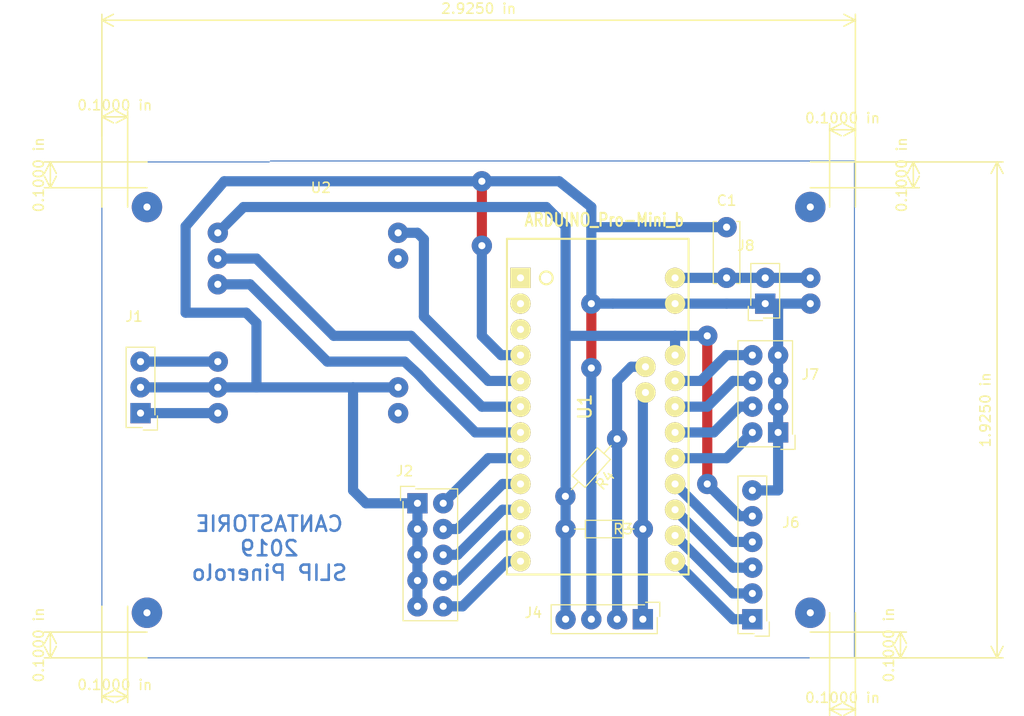
<source format=kicad_pcb>
(kicad_pcb (version 20171130) (host pcbnew 5.1.4-e60b266~84~ubuntu18.04.1)

  (general
    (thickness 1.6)
    (drawings 12)
    (tracks 124)
    (zones 0)
    (modules 11)
    (nets 25)
  )

  (page A4)
  (title_block
    (title cantastorie)
    (date 14-08-19)
  )

  (layers
    (0 F.Cu signal)
    (31 B.Cu signal)
    (32 B.Adhes user)
    (33 F.Adhes user)
    (34 B.Paste user)
    (35 F.Paste user)
    (36 B.SilkS user)
    (37 F.SilkS user)
    (38 B.Mask user)
    (39 F.Mask user)
    (40 Dwgs.User user)
    (41 Cmts.User user)
    (42 Eco1.User user)
    (43 Eco2.User user)
    (44 Edge.Cuts user)
    (45 Margin user)
    (46 B.CrtYd user)
    (47 F.CrtYd user)
    (48 B.Fab user)
    (49 F.Fab user)
  )

  (setup
    (last_trace_width 1)
    (user_trace_width 0.3)
    (trace_clearance 0.5)
    (zone_clearance 0.508)
    (zone_45_only no)
    (trace_min 0.2)
    (via_size 1.8)
    (via_drill 0.8)
    (via_min_size 0.4)
    (via_min_drill 0.3)
    (uvia_size 0.3)
    (uvia_drill 0.1)
    (uvias_allowed no)
    (uvia_min_size 0.2)
    (uvia_min_drill 0.1)
    (edge_width 0.1)
    (segment_width 0.2)
    (pcb_text_width 0.3)
    (pcb_text_size 1.5 1.5)
    (mod_edge_width 0.15)
    (mod_text_size 1 1)
    (mod_text_width 0.15)
    (pad_size 2 2)
    (pad_drill 0.7)
    (pad_to_mask_clearance 0)
    (aux_axis_origin 0 0)
    (grid_origin 73.66 60.96)
    (visible_elements FFFFEF7F)
    (pcbplotparams
      (layerselection 0x280c0_ffffffff)
      (usegerberextensions false)
      (usegerberattributes false)
      (usegerberadvancedattributes false)
      (creategerberjobfile false)
      (excludeedgelayer false)
      (linewidth 0.800000)
      (plotframeref false)
      (viasonmask false)
      (mode 1)
      (useauxorigin false)
      (hpglpennumber 1)
      (hpglpenspeed 20)
      (hpglpendiameter 15.000000)
      (psnegative false)
      (psa4output false)
      (plotreference false)
      (plotvalue false)
      (plotinvisibletext false)
      (padsonsilk true)
      (subtractmaskfromsilk false)
      (outputformat 4)
      (mirror false)
      (drillshape 2)
      (scaleselection 1)
      (outputdirectory "./pdf"))
  )

  (net 0 "")
  (net 1 "Net-(J1-Pad2)")
  (net 2 "Net-(J4-Pad2)")
  (net 3 "Net-(J4-Pad1)")
  (net 4 "Net-(J6-Pad4)")
  (net 5 "Net-(J6-Pad3)")
  (net 6 "Net-(J6-Pad2)")
  (net 7 "Net-(J6-Pad1)")
  (net 8 "Net-(U1-Pad5)")
  (net 9 "Net-(U1-Pad6)")
  (net 10 "Net-(U1-Pad7)")
  (net 11 "Net-(J7-Pad8)")
  (net 12 "Net-(J7-Pad6)")
  (net 13 "Net-(J7-Pad4)")
  (net 14 "Net-(J7-Pad2)")
  (net 15 "Net-(J4-Pad4)")
  (net 16 "Net-(J2-Pad8)")
  (net 17 "Net-(J2-Pad6)")
  (net 18 "Net-(J2-Pad4)")
  (net 19 "Net-(J2-Pad2)")
  (net 20 "Net-(J2-Pad10)")
  (net 21 "Net-(J1-Pad3)")
  (net 22 "Net-(J1-Pad1)")
  (net 23 "Net-(C1-Pad2)")
  (net 24 "Net-(C1-Pad1)")

  (net_class Default "Questo è il gruppo di collegamenti predefinito"
    (clearance 0.5)
    (trace_width 1)
    (via_dia 1.8)
    (via_drill 0.8)
    (uvia_dia 0.3)
    (uvia_drill 0.1)
    (add_net "Net-(C1-Pad1)")
    (add_net "Net-(C1-Pad2)")
    (add_net "Net-(J1-Pad1)")
    (add_net "Net-(J1-Pad2)")
    (add_net "Net-(J1-Pad3)")
    (add_net "Net-(J2-Pad10)")
    (add_net "Net-(J2-Pad2)")
    (add_net "Net-(J2-Pad4)")
    (add_net "Net-(J2-Pad6)")
    (add_net "Net-(J2-Pad8)")
    (add_net "Net-(J4-Pad1)")
    (add_net "Net-(J4-Pad2)")
    (add_net "Net-(J4-Pad4)")
    (add_net "Net-(J6-Pad1)")
    (add_net "Net-(J6-Pad2)")
    (add_net "Net-(J6-Pad3)")
    (add_net "Net-(J6-Pad4)")
    (add_net "Net-(J7-Pad2)")
    (add_net "Net-(J7-Pad4)")
    (add_net "Net-(J7-Pad6)")
    (add_net "Net-(J7-Pad8)")
    (add_net "Net-(U1-Pad5)")
    (add_net "Net-(U1-Pad6)")
    (add_net "Net-(U1-Pad7)")
  )

  (module Resistors_THT:R_Axial_DIN0204_L3.6mm_D1.6mm_P7.62mm_Horizontal (layer F.Cu) (tedit 5D74D3D2) (tstamp 5D696DB7)
    (at 137.16 99.695 180)
    (descr "Resistor, Axial_DIN0204 series, Axial, Horizontal, pin pitch=7.62mm, 0.16666666666666666W = 1/6W, length*diameter=3.6*1.6mm^2, http://cdn-reichelt.de/documents/datenblatt/B400/1_4W%23YAG.pdf")
    (tags "Resistor Axial_DIN0204 series Axial Horizontal pin pitch 7.62mm 0.16666666666666666W = 1/6W length 3.6mm diameter 1.6mm")
    (path /5D6B060F)
    (fp_text reference R3 (at 1.95 0) (layer F.SilkS)
      (effects (font (size 1 1) (thickness 0.15)))
    )
    (fp_text value 3k3 (at 3.81 0) (layer F.Fab)
      (effects (font (size 1 1) (thickness 0.15)))
    )
    (fp_line (start 8.6 -1.15) (end -0.95 -1.15) (layer F.CrtYd) (width 0.05))
    (fp_line (start 8.6 1.15) (end 8.6 -1.15) (layer F.CrtYd) (width 0.05))
    (fp_line (start -0.95 1.15) (end 8.6 1.15) (layer F.CrtYd) (width 0.05))
    (fp_line (start -0.95 -1.15) (end -0.95 1.15) (layer F.CrtYd) (width 0.05))
    (fp_line (start 6.74 0) (end 5.67 0) (layer F.SilkS) (width 0.12))
    (fp_line (start 0.88 0) (end 1.95 0) (layer F.SilkS) (width 0.12))
    (fp_line (start 5.67 -0.86) (end 1.95 -0.86) (layer F.SilkS) (width 0.12))
    (fp_line (start 5.67 0.86) (end 5.67 -0.86) (layer F.SilkS) (width 0.12))
    (fp_line (start 1.95 0.86) (end 5.67 0.86) (layer F.SilkS) (width 0.12))
    (fp_line (start 1.95 -0.86) (end 1.95 0.86) (layer F.SilkS) (width 0.12))
    (fp_line (start 7.62 0) (end 5.61 0) (layer F.Fab) (width 0.1))
    (fp_line (start 0 0) (end 2.01 0) (layer F.Fab) (width 0.1))
    (fp_line (start 5.61 -0.8) (end 2.01 -0.8) (layer F.Fab) (width 0.1))
    (fp_line (start 5.61 0.8) (end 5.61 -0.8) (layer F.Fab) (width 0.1))
    (fp_line (start 2.01 0.8) (end 5.61 0.8) (layer F.Fab) (width 0.1))
    (fp_line (start 2.01 -0.8) (end 2.01 0.8) (layer F.Fab) (width 0.1))
    (pad 2 thru_hole circle (at 7.62 0 180) (size 2 2) (drill 0.7) (layers *.Cu *.Mask)
      (net 15 "Net-(J4-Pad4)"))
    (pad 1 thru_hole circle (at 0 0 180) (size 2 2) (drill 0.7) (layers *.Cu *.Mask)
      (net 3 "Net-(J4-Pad1)"))
    (model ${KISYS3DMOD}/Resistors_THT.3dshapes/R_Axial_DIN0204_L3.6mm_D1.6mm_P7.62mm_Horizontal.wrl
      (at (xyz 0 0 0))
      (scale (xyz 0.393701 0.393701 0.393701))
      (rotate (xyz 0 0 0))
    )
    (model ${KISYS3DMOD}/Resistor_THT.3dshapes/R_Axial_DIN0204_L3.6mm_D1.6mm_P7.62mm_Horizontal.wrl
      (at (xyz 0 0 0))
      (scale (xyz 1 1 1))
      (rotate (xyz 0 0 0))
    )
  )

  (module Connectors_Samtec:SDL-108-X-XX_2x04 (layer F.Cu) (tedit 5D74D531) (tstamp 5D723BF3)
    (at 150.495 90.17 180)
    (descr "Double row, low profile, screw machine socket strip, through hole, 100mil / 2.54mm pitch")
    (tags "samtec socket strip tht dual")
    (path /5D9773E4)
    (fp_text reference J7 (at -3.175 5.715 180) (layer F.SilkS)
      (effects (font (size 1 1) (thickness 0.15)))
    )
    (fp_text value I/O (at -3.81 3.175 180) (layer F.Fab)
      (effects (font (size 1 1) (thickness 0.15)))
    )
    (fp_line (start 3.81 8.89) (end 3.61 8.89) (layer F.Fab) (width 0.1))
    (fp_line (start -1.27 8.89) (end -1.07 8.89) (layer F.Fab) (width 0.1))
    (fp_line (start 3.81 6.35) (end 3.61 6.35) (layer F.Fab) (width 0.1))
    (fp_line (start -1.27 6.35) (end -1.07 6.35) (layer F.Fab) (width 0.1))
    (fp_line (start 3.81 3.81) (end 3.61 3.81) (layer F.Fab) (width 0.1))
    (fp_line (start -1.27 3.81) (end -1.07 3.81) (layer F.Fab) (width 0.1))
    (fp_line (start 3.81 1.27) (end 3.61 1.27) (layer F.Fab) (width 0.1))
    (fp_line (start -1.27 1.27) (end -1.07 1.27) (layer F.Fab) (width 0.1))
    (fp_line (start 4.31 -1.77) (end -1.77 -1.77) (layer F.CrtYd) (width 0.05))
    (fp_line (start 4.31 9.39) (end 4.31 -1.77) (layer F.CrtYd) (width 0.05))
    (fp_line (start -1.77 9.39) (end 4.31 9.39) (layer F.CrtYd) (width 0.05))
    (fp_line (start -1.77 -1.77) (end -1.77 9.39) (layer F.CrtYd) (width 0.05))
    (fp_line (start 3.81 -1.27) (end -1.27 -1.27) (layer F.Fab) (width 0.1))
    (fp_line (start 3.81 8.89) (end 3.81 -1.27) (layer F.Fab) (width 0.1))
    (fp_line (start -1.27 8.89) (end 3.81 8.89) (layer F.Fab) (width 0.1))
    (fp_line (start -1.27 -1.27) (end -1.27 8.89) (layer F.Fab) (width 0.1))
    (fp_line (start -1.67 -1.67) (end -1.67 -0.27) (layer F.Fab) (width 0.1))
    (fp_line (start -0.27 -1.67) (end -1.67 -1.67) (layer F.Fab) (width 0.1))
    (fp_line (start -1.67 -1.67) (end -1.67 -0.27) (layer F.SilkS) (width 0.12))
    (fp_line (start -0.27 -1.67) (end -1.67 -1.67) (layer F.SilkS) (width 0.12))
    (fp_line (start -1.42 9.04) (end -1.42 -0.17) (layer F.SilkS) (width 0.12))
    (fp_line (start 3.96 9.04) (end -1.42 9.04) (layer F.SilkS) (width 0.12))
    (fp_line (start 3.96 -1.42) (end 3.96 9.04) (layer F.SilkS) (width 0.12))
    (fp_line (start -0.17 -1.42) (end 3.96 -1.42) (layer F.SilkS) (width 0.12))
    (pad 8 thru_hole circle (at 2.54 7.62 180) (size 2 2) (drill 0.7) (layers *.Cu *.Mask)
      (net 11 "Net-(J7-Pad8)"))
    (pad 6 thru_hole circle (at 2.54 5.08 180) (size 2 2) (drill 0.7) (layers *.Cu *.Mask)
      (net 12 "Net-(J7-Pad6)"))
    (pad 4 thru_hole circle (at 2.54 2.54 180) (size 2 2) (drill 0.7) (layers *.Cu *.Mask)
      (net 13 "Net-(J7-Pad4)"))
    (pad 2 thru_hole circle (at 2.54 0 180) (size 2 2) (drill 0.7) (layers *.Cu *.Mask)
      (net 14 "Net-(J7-Pad2)"))
    (pad 7 thru_hole circle (at 0 7.62 180) (size 2 2) (drill 0.7) (layers *.Cu *.Mask)
      (net 23 "Net-(C1-Pad2)"))
    (pad 5 thru_hole circle (at 0 5.08 180) (size 2 2) (drill 0.7) (layers *.Cu *.Mask)
      (net 23 "Net-(C1-Pad2)"))
    (pad 3 thru_hole circle (at 0 2.54 180) (size 2 2) (drill 0.7) (layers *.Cu *.Mask)
      (net 23 "Net-(C1-Pad2)"))
    (pad 1 thru_hole rect (at 0 0 180) (size 2 2) (drill 0.7) (layers *.Cu *.Mask)
      (net 23 "Net-(C1-Pad2)"))
    (model ${KISYS3DMOD}/Connector_PinSocket_2.54mm.3dshapes/PinSocket_2x04_P2.54mm_Vertical.step
      (offset (xyz 2.5 0 0))
      (scale (xyz 1 1 1))
      (rotate (xyz 0 0 0))
    )
  )

  (module Connectors_Samtec:SL-104-X-XX_1x04 (layer F.Cu) (tedit 5D74D4B8) (tstamp 5D723D89)
    (at 137.16 108.585 270)
    (descr "Low profile, screw machine socket strip, through hole, 100mil / 2.54mm pitch")
    (tags "samtec socket strip tht single")
    (path /5D504AC7)
    (fp_text reference J4 (at -0.635 10.795) (layer F.SilkS)
      (effects (font (size 1 1) (thickness 0.15)))
    )
    (fp_text value I2C (at 1.27 10.795) (layer F.Fab)
      (effects (font (size 1 1) (thickness 0.15)))
    )
    (fp_text user %R (at 0 3.81) (layer F.Fab)
      (effects (font (size 1 1) (thickness 0.15)))
    )
    (fp_line (start 1.27 8.89) (end 1.07 8.89) (layer F.Fab) (width 0.1))
    (fp_line (start -1.27 8.89) (end -1.07 8.89) (layer F.Fab) (width 0.1))
    (fp_line (start 1.27 6.35) (end 1.07 6.35) (layer F.Fab) (width 0.1))
    (fp_line (start -1.27 6.35) (end -1.07 6.35) (layer F.Fab) (width 0.1))
    (fp_line (start 1.27 3.81) (end 1.07 3.81) (layer F.Fab) (width 0.1))
    (fp_line (start -1.27 3.81) (end -1.07 3.81) (layer F.Fab) (width 0.1))
    (fp_line (start 1.27 1.27) (end 1.07 1.27) (layer F.Fab) (width 0.1))
    (fp_line (start -1.27 1.27) (end -1.07 1.27) (layer F.Fab) (width 0.1))
    (fp_line (start 1.77 -1.77) (end -1.77 -1.77) (layer F.CrtYd) (width 0.05))
    (fp_line (start 1.77 9.39) (end 1.77 -1.77) (layer F.CrtYd) (width 0.05))
    (fp_line (start -1.77 9.39) (end 1.77 9.39) (layer F.CrtYd) (width 0.05))
    (fp_line (start -1.77 -1.77) (end -1.77 9.39) (layer F.CrtYd) (width 0.05))
    (fp_line (start 1.27 -1.27) (end -1.27 -1.27) (layer F.Fab) (width 0.1))
    (fp_line (start 1.27 8.89) (end 1.27 -1.27) (layer F.Fab) (width 0.1))
    (fp_line (start -1.27 8.89) (end 1.27 8.89) (layer F.Fab) (width 0.1))
    (fp_line (start -1.27 -1.27) (end -1.27 8.89) (layer F.Fab) (width 0.1))
    (fp_line (start -1.67 -1.67) (end -1.67 -0.27) (layer F.Fab) (width 0.1))
    (fp_line (start -0.27 -1.67) (end -1.67 -1.67) (layer F.Fab) (width 0.1))
    (fp_line (start -1.67 -1.67) (end -1.67 -0.27) (layer F.SilkS) (width 0.12))
    (fp_line (start -0.27 -1.67) (end -1.67 -1.67) (layer F.SilkS) (width 0.12))
    (fp_line (start -1.42 9.04) (end -1.42 -0.17) (layer F.SilkS) (width 0.12))
    (fp_line (start 1.42 9.04) (end -1.42 9.04) (layer F.SilkS) (width 0.12))
    (fp_line (start 1.42 -1.42) (end 1.42 9.04) (layer F.SilkS) (width 0.12))
    (fp_line (start -0.17 -1.42) (end 1.42 -1.42) (layer F.SilkS) (width 0.12))
    (pad 4 thru_hole circle (at 0 7.62 270) (size 2 2) (drill 0.7) (layers *.Cu *.Mask)
      (net 15 "Net-(J4-Pad4)"))
    (pad 3 thru_hole circle (at 0 5.08 270) (size 2 2) (drill 0.7) (layers *.Cu *.Mask)
      (net 23 "Net-(C1-Pad2)"))
    (pad 2 thru_hole circle (at 0 2.54 270) (size 2 2) (drill 0.7) (layers *.Cu *.Mask)
      (net 2 "Net-(J4-Pad2)"))
    (pad 1 thru_hole rect (at 0 0 270) (size 2 2) (drill 0.7) (layers *.Cu *.Mask)
      (net 3 "Net-(J4-Pad1)"))
    (model ${KISYS3DMOD}/Connector_PinSocket_2.54mm.3dshapes/PinSocket_1x04_P2.54mm_Vertical.step
      (at (xyz 0 0 0))
      (scale (xyz 1 1 1))
      (rotate (xyz 0 0 0))
    )
  )

  (module Connectors_Samtec:SDL-102-X-XX_2x01 (layer F.Cu) (tedit 5D74D55F) (tstamp 5D723DAC)
    (at 149.225 77.47 90)
    (descr "Double row, low profile, screw machine socket strip, through hole, 100mil / 2.54mm pitch")
    (tags "samtec socket strip tht dual")
    (path /5D54986D)
    (fp_text reference J8 (at 5.715 -1.905) (layer F.SilkS)
      (effects (font (size 1 1) (thickness 0.15)))
    )
    (fp_text value VIN (at 5.715 1.27) (layer F.Fab)
      (effects (font (size 1 1) (thickness 0.15)))
    )
    (fp_text user %R (at 1.27 -0.635) (layer F.Fab)
      (effects (font (size 1 1) (thickness 0.15)))
    )
    (fp_line (start 3.81 1.27) (end 3.61 1.27) (layer F.Fab) (width 0.1))
    (fp_line (start -1.27 1.27) (end -1.07 1.27) (layer F.Fab) (width 0.1))
    (fp_line (start 4.31 -1.77) (end -1.77 -1.77) (layer F.CrtYd) (width 0.05))
    (fp_line (start 4.31 1.77) (end 4.31 -1.77) (layer F.CrtYd) (width 0.05))
    (fp_line (start -1.77 1.77) (end 4.31 1.77) (layer F.CrtYd) (width 0.05))
    (fp_line (start -1.77 -1.77) (end -1.77 1.77) (layer F.CrtYd) (width 0.05))
    (fp_line (start 3.81 -1.27) (end -1.27 -1.27) (layer F.Fab) (width 0.1))
    (fp_line (start 3.81 1.27) (end 3.81 -1.27) (layer F.Fab) (width 0.1))
    (fp_line (start -1.27 1.27) (end 3.81 1.27) (layer F.Fab) (width 0.1))
    (fp_line (start -1.27 -1.27) (end -1.27 1.27) (layer F.Fab) (width 0.1))
    (fp_line (start -1.67 -1.67) (end -1.67 -0.27) (layer F.Fab) (width 0.1))
    (fp_line (start -0.27 -1.67) (end -1.67 -1.67) (layer F.Fab) (width 0.1))
    (fp_line (start -1.67 -1.67) (end -1.67 -0.27) (layer F.SilkS) (width 0.12))
    (fp_line (start -0.27 -1.67) (end -1.67 -1.67) (layer F.SilkS) (width 0.12))
    (fp_line (start -1.42 1.42) (end -1.42 -0.17) (layer F.SilkS) (width 0.12))
    (fp_line (start 3.96 1.42) (end -1.42 1.42) (layer F.SilkS) (width 0.12))
    (fp_line (start 3.96 -1.42) (end 3.96 1.42) (layer F.SilkS) (width 0.12))
    (fp_line (start -0.17 -1.42) (end 3.96 -1.42) (layer F.SilkS) (width 0.12))
    (pad 2 thru_hole circle (at 2.54 0 90) (size 2 2) (drill 0.7) (layers *.Cu *.Mask)
      (net 24 "Net-(C1-Pad1)"))
    (pad 1 thru_hole rect (at 0 0 90) (size 2 2) (drill 0.7) (layers *.Cu *.Mask)
      (net 23 "Net-(C1-Pad2)"))
    (model ${KISYS3DMOD}/Connector_PinSocket_2.54mm.3dshapes/PinSocket_1x02_P2.54mm_Vertical.wrl
      (at (xyz 0 0 0))
      (scale (xyz 1 1 1))
      (rotate (xyz 0 0 -90))
    )
  )

  (module Connectors_Samtec:SL-106-X-XX_1x06 (layer F.Cu) (tedit 5D74D4F7) (tstamp 5D7240A5)
    (at 147.955 108.585 180)
    (descr "Low profile, screw machine socket strip, through hole, 100mil / 2.54mm pitch")
    (tags "samtec socket strip tht single")
    (path /5D48AAE5)
    (fp_text reference J6 (at -3.81 9.525 180) (layer F.SilkS)
      (effects (font (size 1 1) (thickness 0.15)))
    )
    (fp_text value SPI (at -3.81 6.35 180) (layer F.Fab)
      (effects (font (size 1 1) (thickness 0.15)))
    )
    (fp_text user . (at -3.175 8.255 180) (layer F.Fab)
      (effects (font (size 1 1) (thickness 0.15)))
    )
    (fp_line (start 1.27 13.97) (end 1.07 13.97) (layer F.Fab) (width 0.1))
    (fp_line (start -1.27 13.97) (end -1.07 13.97) (layer F.Fab) (width 0.1))
    (fp_line (start 1.27 11.43) (end 1.07 11.43) (layer F.Fab) (width 0.1))
    (fp_line (start -1.27 11.43) (end -1.07 11.43) (layer F.Fab) (width 0.1))
    (fp_line (start 1.27 8.89) (end 1.07 8.89) (layer F.Fab) (width 0.1))
    (fp_line (start -1.27 8.89) (end -1.07 8.89) (layer F.Fab) (width 0.1))
    (fp_line (start 1.27 6.35) (end 1.07 6.35) (layer F.Fab) (width 0.1))
    (fp_line (start -1.27 6.35) (end -1.07 6.35) (layer F.Fab) (width 0.1))
    (fp_line (start 1.27 3.81) (end 1.07 3.81) (layer F.Fab) (width 0.1))
    (fp_line (start -1.27 3.81) (end -1.07 3.81) (layer F.Fab) (width 0.1))
    (fp_line (start 1.27 1.27) (end 1.07 1.27) (layer F.Fab) (width 0.1))
    (fp_line (start -1.27 1.27) (end -1.07 1.27) (layer F.Fab) (width 0.1))
    (fp_line (start 1.77 -1.77) (end -1.77 -1.77) (layer F.CrtYd) (width 0.05))
    (fp_line (start 1.77 14.47) (end 1.77 -1.77) (layer F.CrtYd) (width 0.05))
    (fp_line (start -1.77 14.47) (end 1.77 14.47) (layer F.CrtYd) (width 0.05))
    (fp_line (start -1.77 -1.77) (end -1.77 14.47) (layer F.CrtYd) (width 0.05))
    (fp_line (start 1.27 -1.27) (end -1.27 -1.27) (layer F.Fab) (width 0.1))
    (fp_line (start 1.27 13.97) (end 1.27 -1.27) (layer F.Fab) (width 0.1))
    (fp_line (start -1.27 13.97) (end 1.27 13.97) (layer F.Fab) (width 0.1))
    (fp_line (start -1.27 -1.27) (end -1.27 13.97) (layer F.Fab) (width 0.1))
    (fp_line (start -1.67 -1.67) (end -1.67 -0.27) (layer F.Fab) (width 0.1))
    (fp_line (start -0.27 -1.67) (end -1.67 -1.67) (layer F.Fab) (width 0.1))
    (fp_line (start -1.67 -1.67) (end -1.67 -0.27) (layer F.SilkS) (width 0.12))
    (fp_line (start -0.27 -1.67) (end -1.67 -1.67) (layer F.SilkS) (width 0.12))
    (fp_line (start -1.42 14.12) (end -1.42 -0.17) (layer F.SilkS) (width 0.12))
    (fp_line (start 1.42 14.12) (end -1.42 14.12) (layer F.SilkS) (width 0.12))
    (fp_line (start 1.42 -1.42) (end 1.42 14.12) (layer F.SilkS) (width 0.12))
    (fp_line (start -0.17 -1.42) (end 1.42 -1.42) (layer F.SilkS) (width 0.12))
    (pad 6 thru_hole circle (at 0 12.7 180) (size 2 2) (drill 0.7) (layers *.Cu *.Mask)
      (net 23 "Net-(C1-Pad2)"))
    (pad 5 thru_hole circle (at 0 10.16 180) (size 2 2) (drill 0.7) (layers *.Cu *.Mask)
      (net 15 "Net-(J4-Pad4)"))
    (pad 4 thru_hole circle (at 0 7.62 180) (size 2 2) (drill 0.7) (layers *.Cu *.Mask)
      (net 4 "Net-(J6-Pad4)"))
    (pad 3 thru_hole circle (at 0 5.08 180) (size 2 2) (drill 0.7) (layers *.Cu *.Mask)
      (net 5 "Net-(J6-Pad3)"))
    (pad 2 thru_hole circle (at 0 2.54 180) (size 2 2) (drill 0.7) (layers *.Cu *.Mask)
      (net 6 "Net-(J6-Pad2)"))
    (pad 1 thru_hole rect (at 0 0 180) (size 2 2) (drill 0.7) (layers *.Cu *.Mask)
      (net 7 "Net-(J6-Pad1)"))
    (model ${KISYS3DMOD}/Connector_PinSocket_2.54mm.3dshapes/PinSocket_1x06_P2.54mm_Vertical.step
      (at (xyz 0 0 0))
      (scale (xyz 1 1 1))
      (rotate (xyz 0 0 0))
    )
  )

  (module DFplayer:DFPlayer_V3 (layer F.Cu) (tedit 5D74D2CC) (tstamp 5D725A77)
    (at 102.87 70.485)
    (path /5D7C130F)
    (fp_text reference U2 (at 2.54 -4.445) (layer F.SilkS)
      (effects (font (size 1 1) (thickness 0.15)))
    )
    (fp_text value DFPLAYER_MINI (at 2.54 1.905) (layer F.Fab)
      (effects (font (size 1 1) (thickness 0.15)))
    )
    (fp_line (start -10.16 -2.54) (end 12.7 -2.54) (layer B.Mask) (width 0.15))
    (fp_line (start 12.7 -2.54) (end 12.7 20.32) (layer B.Mask) (width 0.15))
    (fp_line (start 12.7 20.32) (end -10.16 20.32) (layer B.Mask) (width 0.15))
    (fp_line (start -10.16 20.32) (end -10.16 -2.54) (layer B.Mask) (width 0.15))
    (pad 1 thru_hole circle (at -7.62 0) (size 2 2) (drill 0.7) (layers *.Cu *.Mask)
      (net 15 "Net-(J4-Pad4)"))
    (pad 2 thru_hole circle (at -7.62 2.54) (size 2 2) (drill 0.7) (layers *.Cu *.Mask)
      (net 9 "Net-(U1-Pad6)"))
    (pad 3 thru_hole circle (at -7.62 5.08) (size 2 2) (drill 0.7) (layers *.Cu *.Mask)
      (net 10 "Net-(U1-Pad7)"))
    (pad 6 thru_hole circle (at -7.62 12.7) (size 2 2) (drill 0.7) (layers *.Cu *.Mask)
      (net 21 "Net-(J1-Pad3)"))
    (pad 7 thru_hole circle (at -7.62 15.24) (size 2 2) (drill 0.7) (layers *.Cu *.Mask)
      (net 23 "Net-(C1-Pad2)"))
    (pad 8 thru_hole circle (at -7.62 17.78) (size 2 2) (drill 0.7) (layers *.Cu *.Mask)
      (net 22 "Net-(J1-Pad1)"))
    (pad 16 thru_hole circle (at 10.16 0) (size 2 2) (drill 0.7) (layers *.Cu *.Mask)
      (net 8 "Net-(U1-Pad5)"))
    (pad 15 thru_hole circle (at 10.16 2.54) (size 2 2) (drill 0.7) (layers *.Cu *.Mask))
    (pad 10 thru_hole circle (at 10.16 15.24) (size 2 2) (drill 0.7) (layers *.Cu *.Mask)
      (net 23 "Net-(C1-Pad2)"))
    (pad 9 thru_hole circle (at 10.16 17.78) (size 2 2) (drill 0.7) (layers *.Cu *.Mask))
    (model /home/carlo/kicad/DFPlayer-3D-snapshot/DFPlayerWithCard.stp
      (offset (xyz 1 -9 5))
      (scale (xyz 1 1 1))
      (rotate (xyz -90 0 0))
    )
  )

  (module Connectors_Samtec:SL-103-X-XX_1x03 (layer F.Cu) (tedit 5D74D230) (tstamp 5D728BE3)
    (at 87.63 88.265 180)
    (descr "Low profile, screw machine socket strip, through hole, 100mil / 2.54mm pitch")
    (tags "samtec socket strip tht single")
    (path /5D48B333)
    (fp_text reference J1 (at 0.635 9.525 180) (layer F.SilkS)
      (effects (font (size 1 1) (thickness 0.15)))
    )
    (fp_text value speaker (at -1.27 8.255 180) (layer F.Fab)
      (effects (font (size 1 1) (thickness 0.15)))
    )
    (fp_text user %R (at 0 2.54 90) (layer F.Fab)
      (effects (font (size 1 1) (thickness 0.15)))
    )
    (fp_line (start 1.27 6.35) (end 1.07 6.35) (layer F.Fab) (width 0.1))
    (fp_line (start -1.27 6.35) (end -1.07 6.35) (layer F.Fab) (width 0.1))
    (fp_line (start 1.27 3.81) (end 1.07 3.81) (layer F.Fab) (width 0.1))
    (fp_line (start -1.27 3.81) (end -1.07 3.81) (layer F.Fab) (width 0.1))
    (fp_line (start 1.27 1.27) (end 1.07 1.27) (layer F.Fab) (width 0.1))
    (fp_line (start -1.27 1.27) (end -1.07 1.27) (layer F.Fab) (width 0.1))
    (fp_line (start 1.77 -1.77) (end -1.77 -1.77) (layer F.CrtYd) (width 0.05))
    (fp_line (start 1.77 6.85) (end 1.77 -1.77) (layer F.CrtYd) (width 0.05))
    (fp_line (start -1.77 6.85) (end 1.77 6.85) (layer F.CrtYd) (width 0.05))
    (fp_line (start -1.77 -1.77) (end -1.77 6.85) (layer F.CrtYd) (width 0.05))
    (fp_line (start 1.27 -1.27) (end -1.27 -1.27) (layer F.Fab) (width 0.1))
    (fp_line (start 1.27 6.35) (end 1.27 -1.27) (layer F.Fab) (width 0.1))
    (fp_line (start -1.27 6.35) (end 1.27 6.35) (layer F.Fab) (width 0.1))
    (fp_line (start -1.27 -1.27) (end -1.27 6.35) (layer F.Fab) (width 0.1))
    (fp_line (start -1.67 -1.67) (end -1.67 -0.27) (layer F.Fab) (width 0.1))
    (fp_line (start -0.27 -1.67) (end -1.67 -1.67) (layer F.Fab) (width 0.1))
    (fp_line (start -1.67 -1.67) (end -1.67 -0.27) (layer F.SilkS) (width 0.12))
    (fp_line (start -0.27 -1.67) (end -1.67 -1.67) (layer F.SilkS) (width 0.12))
    (fp_line (start -1.42 6.5) (end -1.42 -0.17) (layer F.SilkS) (width 0.12))
    (fp_line (start 1.42 6.5) (end -1.42 6.5) (layer F.SilkS) (width 0.12))
    (fp_line (start 1.42 -1.42) (end 1.42 6.5) (layer F.SilkS) (width 0.12))
    (fp_line (start -0.17 -1.42) (end 1.42 -1.42) (layer F.SilkS) (width 0.12))
    (pad 3 thru_hole circle (at 0 5.08 180) (size 2 2) (drill 0.7) (layers *.Cu *.Mask)
      (net 21 "Net-(J1-Pad3)"))
    (pad 2 thru_hole circle (at 0 2.54 180) (size 2 2) (drill 0.7) (layers *.Cu *.Mask)
      (net 23 "Net-(C1-Pad2)"))
    (pad 1 thru_hole rect (at 0 0 180) (size 2 2) (drill 0.7) (layers *.Cu *.Mask)
      (net 22 "Net-(J1-Pad1)"))
    (model ${KISYS3DMOD}/Connector_PinSocket_2.54mm.3dshapes/PinSocket_1x03_P2.54mm_Vertical.step
      (at (xyz 0 0 0))
      (scale (xyz 1 1 1))
      (rotate (xyz 0 0 0))
    )
  )

  (module Connectors_Samtec:SDL-110-X-XX_2x05 (layer F.Cu) (tedit 5D778788) (tstamp 5D778690)
    (at 114.935 97.155)
    (descr "Double row, low profile, screw machine socket strip, through hole, 100mil / 2.54mm pitch")
    (tags "samtec socket strip tht dual")
    (path /5D946CED)
    (fp_text reference J2 (at -1.27 -3.175 180) (layer F.SilkS)
      (effects (font (size 1 1) (thickness 0.15)))
    )
    (fp_text value I/O (at 1.905 -3.175 180) (layer F.Fab)
      (effects (font (size 1 1) (thickness 0.15)))
    )
    (fp_text user %R (at 1.27 5.08 90) (layer F.Fab)
      (effects (font (size 1 1) (thickness 0.15)))
    )
    (fp_line (start 3.81 11.43) (end 3.61 11.43) (layer F.Fab) (width 0.1))
    (fp_line (start -1.27 11.43) (end -1.07 11.43) (layer F.Fab) (width 0.1))
    (fp_line (start 3.81 8.89) (end 3.61 8.89) (layer F.Fab) (width 0.1))
    (fp_line (start -1.27 8.89) (end -1.07 8.89) (layer F.Fab) (width 0.1))
    (fp_line (start 3.81 6.35) (end 3.61 6.35) (layer F.Fab) (width 0.1))
    (fp_line (start -1.27 6.35) (end -1.07 6.35) (layer F.Fab) (width 0.1))
    (fp_line (start 3.81 3.81) (end 3.61 3.81) (layer F.Fab) (width 0.1))
    (fp_line (start -1.27 3.81) (end -1.07 3.81) (layer F.Fab) (width 0.1))
    (fp_line (start 3.81 1.27) (end 3.61 1.27) (layer F.Fab) (width 0.1))
    (fp_line (start -1.27 1.27) (end -1.07 1.27) (layer F.Fab) (width 0.1))
    (fp_line (start 4.31 -1.77) (end -1.77 -1.77) (layer F.CrtYd) (width 0.05))
    (fp_line (start 4.31 11.93) (end 4.31 -1.77) (layer F.CrtYd) (width 0.05))
    (fp_line (start -1.77 11.93) (end 4.31 11.93) (layer F.CrtYd) (width 0.05))
    (fp_line (start -1.77 -1.77) (end -1.77 11.93) (layer F.CrtYd) (width 0.05))
    (fp_line (start 3.81 -1.27) (end -1.27 -1.27) (layer F.Fab) (width 0.1))
    (fp_line (start 3.81 11.43) (end 3.81 -1.27) (layer F.Fab) (width 0.1))
    (fp_line (start -1.27 11.43) (end 3.81 11.43) (layer F.Fab) (width 0.1))
    (fp_line (start -1.27 -1.27) (end -1.27 11.43) (layer F.Fab) (width 0.1))
    (fp_line (start -1.67 -1.67) (end -1.67 -0.27) (layer F.Fab) (width 0.1))
    (fp_line (start -0.27 -1.67) (end -1.67 -1.67) (layer F.Fab) (width 0.1))
    (fp_line (start -1.67 -1.67) (end -1.67 -0.27) (layer F.SilkS) (width 0.12))
    (fp_line (start -0.27 -1.67) (end -1.67 -1.67) (layer F.SilkS) (width 0.12))
    (fp_line (start -1.42 11.58) (end -1.42 -0.17) (layer F.SilkS) (width 0.12))
    (fp_line (start 3.96 11.58) (end -1.42 11.58) (layer F.SilkS) (width 0.12))
    (fp_line (start 3.96 -1.42) (end 3.96 11.58) (layer F.SilkS) (width 0.12))
    (fp_line (start -0.17 -1.42) (end 3.96 -1.42) (layer F.SilkS) (width 0.12))
    (pad 10 thru_hole circle (at 2.54 10.16) (size 2 2) (drill 0.7) (layers *.Cu *.Mask)
      (net 20 "Net-(J2-Pad10)"))
    (pad 8 thru_hole circle (at 2.54 7.62) (size 2 2) (drill 0.7) (layers *.Cu *.Mask)
      (net 16 "Net-(J2-Pad8)"))
    (pad 6 thru_hole circle (at 2.54 5.08) (size 2 2) (drill 0.7) (layers *.Cu *.Mask)
      (net 17 "Net-(J2-Pad6)"))
    (pad 4 thru_hole circle (at 2.54 2.54) (size 2 2) (drill 0.7) (layers *.Cu *.Mask)
      (net 18 "Net-(J2-Pad4)"))
    (pad 2 thru_hole circle (at 2.54 0) (size 2 2) (drill 0.7) (layers *.Cu *.Mask)
      (net 19 "Net-(J2-Pad2)"))
    (pad 9 thru_hole circle (at 0 10.16) (size 2 2) (drill 0.7) (layers *.Cu *.Mask)
      (net 23 "Net-(C1-Pad2)"))
    (pad 7 thru_hole circle (at 0 7.62) (size 2 2) (drill 0.7) (layers *.Cu *.Mask)
      (net 23 "Net-(C1-Pad2)"))
    (pad 5 thru_hole circle (at 0 5.08) (size 2 2) (drill 0.7) (layers *.Cu *.Mask)
      (net 23 "Net-(C1-Pad2)"))
    (pad 3 thru_hole circle (at 0 2.54) (size 2 2) (drill 0.7) (layers *.Cu *.Mask)
      (net 23 "Net-(C1-Pad2)"))
    (pad 1 thru_hole rect (at 0 0) (size 2 2) (drill 0.7) (layers *.Cu *.Mask)
      (net 23 "Net-(C1-Pad2)"))
    (model ${KISYS3DMOD}/Connector_PinSocket_2.54mm.3dshapes/PinSocket_2x05_P2.54mm_Vertical.wrl
      (offset (xyz 2.5 0 0))
      (scale (xyz 1 1 1))
      (rotate (xyz 0 0 0))
    )
  )

  (module arduino_impronte:ARDUINO_Pro-MiniB_1 (layer F.Cu) (tedit 5D778578) (tstamp 5D77896A)
    (at 132.715 87.63)
    (path /5D7551FF)
    (fp_text reference U1 (at -1.27 0 90) (layer F.SilkS)
      (effects (font (size 1.27 1.27) (thickness 0.2032)))
    )
    (fp_text value ARDUINO_Pro-Mini_b (at 0.635 -18.415 180) (layer F.SilkS)
      (effects (font (size 1.27 1) (thickness 0.2032)))
    )
    (fp_circle (center -5.08 -12.7) (end -4.445 -12.7) (layer F.SilkS) (width 0.2032))
    (fp_line (start -8.9535 -16.5481) (end 8.9535 -16.5481) (layer F.SilkS) (width 0.2032))
    (fp_line (start 8.9535 -16.5481) (end 8.9535 16.5481) (layer F.SilkS) (width 0.2032))
    (fp_line (start 8.9535 16.5481) (end -8.9535 16.5481) (layer F.SilkS) (width 0.2032))
    (fp_line (start -8.9535 16.5481) (end -8.9535 -16.5481) (layer F.SilkS) (width 0.2032))
    (fp_line (start -8.89 -13.97) (end -6.35 -13.97) (layer F.Fab) (width 0.0762))
    (fp_line (start -6.35 -13.97) (end -6.35 -11.43) (layer F.Fab) (width 0.0762))
    (fp_line (start -6.35 -11.43) (end -8.89 -11.43) (layer F.Fab) (width 0.0762))
    (fp_line (start -8.89 -16.51) (end 8.89 -16.51) (layer F.Fab) (width 0.0762))
    (fp_line (start 8.89 -16.51) (end 8.89 16.51) (layer F.Fab) (width 0.0762))
    (fp_line (start 8.89 16.51) (end -8.89 16.51) (layer F.Fab) (width 0.0762))
    (fp_line (start -8.89 16.51) (end -8.89 -16.51) (layer F.Fab) (width 0.0762))
    (fp_line (start 5.08 2.54) (end 0 -2.54) (layer F.Fab) (width 0.0762))
    (fp_line (start 0 -2.54) (end -5.08 2.54) (layer F.Fab) (width 0.0762))
    (fp_line (start -5.08 2.54) (end 0 7.62) (layer F.Fab) (width 0.0762))
    (fp_line (start 0 7.62) (end 5.08 2.54) (layer F.Fab) (width 0.0762))
    (fp_line (start -9.144 -16.8021) (end 9.144 -16.8021) (layer F.CrtYd) (width 0.0254))
    (fp_line (start 9.144 -16.8021) (end 9.144 16.8021) (layer F.CrtYd) (width 0.0254))
    (fp_line (start 9.144 16.8021) (end -9.144 16.8021) (layer F.CrtYd) (width 0.0254))
    (fp_line (start -9.144 16.8021) (end -9.144 -16.8021) (layer F.CrtYd) (width 0.0254))
    (pad 1 thru_hole rect (at -7.62 -12.7) (size 2 2) (drill 0.7) (layers *.Cu *.Mask F.SilkS))
    (pad 2 thru_hole circle (at -7.62 -10.16) (size 2 2) (drill 0.7) (layers *.Cu *.Mask F.SilkS))
    (pad 3 thru_hole circle (at -7.62 -7.62) (size 2 2) (drill 0.7) (layers *.Cu *.Mask F.SilkS))
    (pad 4 thru_hole circle (at -7.62 -5.08) (size 2 2) (drill 0.7) (layers *.Cu *.Mask F.SilkS)
      (net 23 "Net-(C1-Pad2)"))
    (pad 5 thru_hole circle (at -7.62 -2.54) (size 2 2) (drill 0.7) (layers *.Cu *.Mask F.SilkS)
      (net 8 "Net-(U1-Pad5)"))
    (pad 6 thru_hole circle (at -7.62 0) (size 2 2) (drill 0.7) (layers *.Cu *.Mask F.SilkS)
      (net 9 "Net-(U1-Pad6)"))
    (pad 7 thru_hole circle (at -7.62 2.54) (size 2 2) (drill 0.7) (layers *.Cu *.Mask F.SilkS)
      (net 10 "Net-(U1-Pad7)"))
    (pad 8 thru_hole circle (at -7.62 5.08) (size 2 2) (drill 0.7) (layers *.Cu *.Mask F.SilkS)
      (net 19 "Net-(J2-Pad2)"))
    (pad 9 thru_hole circle (at -7.62 7.62) (size 2 2) (drill 0.7) (layers *.Cu *.Mask F.SilkS)
      (net 18 "Net-(J2-Pad4)"))
    (pad 10 thru_hole circle (at -7.62 10.16) (size 2 2) (drill 0.7) (layers *.Cu *.Mask F.SilkS)
      (net 17 "Net-(J2-Pad6)"))
    (pad 11 thru_hole circle (at -7.62 12.7) (size 2 2) (drill 0.7) (layers *.Cu *.Mask F.SilkS)
      (net 16 "Net-(J2-Pad8)"))
    (pad 12 thru_hole circle (at -7.62 15.24) (size 2 2) (drill 0.7) (layers *.Cu *.Mask F.SilkS)
      (net 20 "Net-(J2-Pad10)"))
    (pad 13 thru_hole circle (at 7.62 15.24) (size 2 2) (drill 0.7) (layers *.Cu *.Mask F.SilkS)
      (net 7 "Net-(J6-Pad1)"))
    (pad 14 thru_hole circle (at 7.62 12.7) (size 2 2) (drill 0.7) (layers *.Cu *.Mask F.SilkS)
      (net 6 "Net-(J6-Pad2)"))
    (pad 15 thru_hole circle (at 7.62 10.16) (size 2 2) (drill 0.7) (layers *.Cu *.Mask F.SilkS)
      (net 5 "Net-(J6-Pad3)"))
    (pad 16 thru_hole circle (at 7.62 7.62) (size 2 2) (drill 0.7) (layers *.Cu *.Mask F.SilkS)
      (net 4 "Net-(J6-Pad4)"))
    (pad 17 thru_hole circle (at 7.62 5.08) (size 2 2) (drill 0.7) (layers *.Cu *.Mask F.SilkS)
      (net 14 "Net-(J7-Pad2)"))
    (pad 18 thru_hole circle (at 7.62 2.54) (size 2 2) (drill 0.7) (layers *.Cu *.Mask F.SilkS)
      (net 13 "Net-(J7-Pad4)"))
    (pad 19 thru_hole circle (at 7.62 0) (size 2 2) (drill 0.7) (layers *.Cu *.Mask F.SilkS)
      (net 12 "Net-(J7-Pad6)"))
    (pad 20 thru_hole circle (at 7.62 -2.54) (size 2 2) (drill 0.7) (layers *.Cu *.Mask F.SilkS)
      (net 11 "Net-(J7-Pad8)"))
    (pad 21 thru_hole circle (at 7.62 -5.08) (size 2 2) (drill 0.7) (layers *.Cu *.Mask F.SilkS)
      (net 15 "Net-(J4-Pad4)"))
    (pad 23 thru_hole circle (at 7.62 -10.16) (size 2 2) (drill 0.7) (layers *.Cu *.Mask F.SilkS)
      (net 23 "Net-(C1-Pad2)"))
    (pad 24 thru_hole circle (at 7.62 -12.7) (size 2 2) (drill 0.7) (layers *.Cu *.Mask F.SilkS)
      (net 24 "Net-(C1-Pad1)"))
    (pad A4 thru_hole circle (at 4.699 -1.397) (size 2 2) (drill 0.7) (layers *.Cu *.Mask F.SilkS)
      (net 3 "Net-(J4-Pad1)"))
    (pad A5 thru_hole circle (at 4.699 -3.937) (size 2 2) (drill 0.7) (layers *.Cu *.Mask F.SilkS)
      (net 2 "Net-(J4-Pad2)"))
    (model /home/carlo/kicad/arduino-mini-pro_3D/Pro-Mini.stp
      (offset (xyz 0 0 7))
      (scale (xyz 1 1 1))
      (rotate (xyz 0 180 90))
    )
  )

  (module Resistors_THT:R_Axial_DIN0204_L3.6mm_D1.6mm_P7.62mm_Horizontal (layer F.Cu) (tedit 5D7B491B) (tstamp 5D7B46C4)
    (at 134.62 90.805 228)
    (descr "Resistor, Axial_DIN0204 series, Axial, Horizontal, pin pitch=7.62mm, 0.16666666666666666W = 1/6W, length*diameter=3.6*1.6mm^2, http://cdn-reichelt.de/documents/datenblatt/B400/1_4W%23YAG.pdf")
    (tags "Resistor Axial_DIN0204 series Axial Horizontal pin pitch 7.62mm 0.16666666666666666W = 1/6W length 3.6mm diameter 1.6mm")
    (path /5D6B2582)
    (fp_text reference R4 (at 3.81 -1.86 48) (layer F.SilkS)
      (effects (font (size 1 1) (thickness 0.15)))
    )
    (fp_text value 3k3 (at 3.81 1.86 48) (layer F.Fab)
      (effects (font (size 1 1) (thickness 0.15)))
    )
    (fp_line (start 8.6 -1.15) (end -0.95 -1.15) (layer F.CrtYd) (width 0.05))
    (fp_line (start 8.6 1.15) (end 8.6 -1.15) (layer F.CrtYd) (width 0.05))
    (fp_line (start -0.95 1.15) (end 8.6 1.15) (layer F.CrtYd) (width 0.05))
    (fp_line (start -0.95 -1.15) (end -0.95 1.15) (layer F.CrtYd) (width 0.05))
    (fp_line (start 6.74 0) (end 5.67 0) (layer F.SilkS) (width 0.12))
    (fp_line (start 0.88 0) (end 1.95 0) (layer F.SilkS) (width 0.12))
    (fp_line (start 5.67 -0.86) (end 1.95 -0.86) (layer F.SilkS) (width 0.12))
    (fp_line (start 5.67 0.86) (end 5.67 -0.86) (layer F.SilkS) (width 0.12))
    (fp_line (start 1.95 0.86) (end 5.67 0.86) (layer F.SilkS) (width 0.12))
    (fp_line (start 1.95 -0.86) (end 1.95 0.86) (layer F.SilkS) (width 0.12))
    (fp_line (start 7.62 0) (end 5.61 0) (layer F.Fab) (width 0.1))
    (fp_line (start 0 0) (end 2.01 0) (layer F.Fab) (width 0.1))
    (fp_line (start 5.61 -0.8) (end 2.01 -0.8) (layer F.Fab) (width 0.1))
    (fp_line (start 5.61 0.8) (end 5.61 -0.8) (layer F.Fab) (width 0.1))
    (fp_line (start 2.01 0.8) (end 5.61 0.8) (layer F.Fab) (width 0.1))
    (fp_line (start 2.01 -0.8) (end 2.01 0.8) (layer F.Fab) (width 0.1))
    (pad 2 thru_hole circle (at 7.62 0 228) (size 2 2) (drill 0.7) (layers *.Cu *.Mask)
      (net 15 "Net-(J4-Pad4)"))
    (pad 1 thru_hole circle (at 0 0 228) (size 2 2) (drill 0.7) (layers *.Cu *.Mask)
      (net 2 "Net-(J4-Pad2)"))
    (model ${KISYS3DMOD}/Resistor_THT.3dshapes/R_Axial_DIN0204_L3.6mm_D1.6mm_P7.62mm_Horizontal.step
      (at (xyz 0 0 0))
      (scale (xyz 1 1 1))
      (rotate (xyz 0 0 0))
    )
  )

  (module Capacitors_THT:C_Disc_D6.0mm_W2.5mm_P5.00mm (layer F.Cu) (tedit 5D8C6357) (tstamp 5D7B5175)
    (at 145.415 74.93 90)
    (descr "C, Disc series, Radial, pin pitch=5.00mm, , diameter*width=6*2.5mm^2, Capacitor, http://cdn-reichelt.de/documents/datenblatt/B300/DS_KERKO_TC.pdf")
    (tags "C Disc series Radial pin pitch 5.00mm  diameter 6mm width 2.5mm Capacitor")
    (path /5D7BCB8C)
    (fp_text reference C1 (at 7.62 0 180) (layer F.SilkS)
      (effects (font (size 1 1) (thickness 0.15)))
    )
    (fp_text value 0,1uF (at 2.5 2.56 90) (layer F.Fab)
      (effects (font (size 1 1) (thickness 0.15)))
    )
    (fp_text user %R (at 2.5 0 90) (layer F.Fab)
      (effects (font (size 1 1) (thickness 0.15)))
    )
    (fp_line (start 6.05 -1.6) (end -1.05 -1.6) (layer F.CrtYd) (width 0.05))
    (fp_line (start 6.05 1.6) (end 6.05 -1.6) (layer F.CrtYd) (width 0.05))
    (fp_line (start -1.05 1.6) (end 6.05 1.6) (layer F.CrtYd) (width 0.05))
    (fp_line (start -1.05 -1.6) (end -1.05 1.6) (layer F.CrtYd) (width 0.05))
    (fp_line (start 5.56 0.996) (end 5.56 1.31) (layer F.SilkS) (width 0.12))
    (fp_line (start 5.56 -1.31) (end 5.56 -0.996) (layer F.SilkS) (width 0.12))
    (fp_line (start -0.56 0.996) (end -0.56 1.31) (layer F.SilkS) (width 0.12))
    (fp_line (start -0.56 -1.31) (end -0.56 -0.996) (layer F.SilkS) (width 0.12))
    (fp_line (start -0.56 1.31) (end 5.56 1.31) (layer F.SilkS) (width 0.12))
    (fp_line (start -0.56 -1.31) (end 5.56 -1.31) (layer F.SilkS) (width 0.12))
    (fp_line (start 5.5 -1.25) (end -0.5 -1.25) (layer F.Fab) (width 0.1))
    (fp_line (start 5.5 1.25) (end 5.5 -1.25) (layer F.Fab) (width 0.1))
    (fp_line (start -0.5 1.25) (end 5.5 1.25) (layer F.Fab) (width 0.1))
    (fp_line (start -0.5 -1.25) (end -0.5 1.25) (layer F.Fab) (width 0.1))
    (pad 2 thru_hole circle (at 5 0 90) (size 2 2) (drill 0.7) (layers *.Cu *.Mask)
      (net 23 "Net-(C1-Pad2)"))
    (pad 1 thru_hole circle (at 0 0 90) (size 2 2) (drill 0.7) (layers *.Cu *.Mask)
      (net 24 "Net-(C1-Pad1)"))
    (model ${KISYS3DMOD}/Capacitor_THT.3dshapes/C_Disc_D10.0mm_W2.5mm_P5.00mm.step
      (at (xyz 0 0 0))
      (scale (xyz 1 1 1))
      (rotate (xyz 0 0 0))
    )
  )

  (gr_line (start 154.305 63.5) (end 158.115 63.5) (layer Eco1.User) (width 0.15))
  (dimension 2.54 (width 0.15) (layer F.SilkS)
    (gr_text "2,540 mm" (at 77.44 111.125 270) (layer F.SilkS)
      (effects (font (size 1 1) (thickness 0.15)))
    )
    (feature1 (pts (xy 88.265 112.395) (xy 78.153579 112.395)))
    (feature2 (pts (xy 88.265 109.855) (xy 78.153579 109.855)))
    (crossbar (pts (xy 78.74 109.855) (xy 78.74 112.395)))
    (arrow1a (pts (xy 78.74 112.395) (xy 78.153579 111.268496)))
    (arrow1b (pts (xy 78.74 112.395) (xy 79.326421 111.268496)))
    (arrow2a (pts (xy 78.74 109.855) (xy 78.153579 110.981504)))
    (arrow2b (pts (xy 78.74 109.855) (xy 79.326421 110.981504)))
  )
  (dimension 2.54 (width 0.15) (layer F.SilkS)
    (gr_text "2,540 mm" (at 85.09 117.505) (layer F.SilkS)
      (effects (font (size 1 1) (thickness 0.15)))
    )
    (feature1 (pts (xy 83.82 107.315) (xy 83.82 116.791421)))
    (feature2 (pts (xy 86.36 107.315) (xy 86.36 116.791421)))
    (crossbar (pts (xy 86.36 116.205) (xy 83.82 116.205)))
    (arrow1a (pts (xy 83.82 116.205) (xy 84.946504 115.618579)))
    (arrow1b (pts (xy 83.82 116.205) (xy 84.946504 116.791421)))
    (arrow2a (pts (xy 86.36 116.205) (xy 85.233496 115.618579)))
    (arrow2b (pts (xy 86.36 116.205) (xy 85.233496 116.791421)))
  )
  (dimension 2.54 (width 0.15) (layer F.SilkS)
    (gr_text "2,540 mm" (at 77.44 64.77 90) (layer F.SilkS)
      (effects (font (size 1 1) (thickness 0.15)))
    )
    (feature1 (pts (xy 88.265 63.5) (xy 78.153579 63.5)))
    (feature2 (pts (xy 88.265 66.04) (xy 78.153579 66.04)))
    (crossbar (pts (xy 78.74 66.04) (xy 78.74 63.5)))
    (arrow1a (pts (xy 78.74 63.5) (xy 79.326421 64.626504)))
    (arrow1b (pts (xy 78.74 63.5) (xy 78.153579 64.626504)))
    (arrow2a (pts (xy 78.74 66.04) (xy 79.326421 64.913496)))
    (arrow2b (pts (xy 78.74 66.04) (xy 78.153579 64.913496)))
  )
  (dimension 2.54 (width 0.15) (layer F.SilkS)
    (gr_text "2,540 mm" (at 85.09 57.755) (layer F.SilkS)
      (effects (font (size 1 1) (thickness 0.15)))
    )
    (feature1 (pts (xy 83.82 67.945) (xy 83.82 58.468579)))
    (feature2 (pts (xy 86.36 67.945) (xy 86.36 58.468579)))
    (crossbar (pts (xy 86.36 59.055) (xy 83.82 59.055)))
    (arrow1a (pts (xy 83.82 59.055) (xy 84.946504 58.468579)))
    (arrow1b (pts (xy 83.82 59.055) (xy 84.946504 59.641421)))
    (arrow2a (pts (xy 86.36 59.055) (xy 85.233496 58.468579)))
    (arrow2b (pts (xy 86.36 59.055) (xy 85.233496 59.641421)))
  )
  (dimension 2.54 (width 0.15) (layer F.SilkS)
    (gr_text "2,540 mm" (at 163.86 111.125 270) (layer F.SilkS)
      (effects (font (size 1 1) (thickness 0.15)))
    )
    (feature1 (pts (xy 153.67 112.395) (xy 163.146421 112.395)))
    (feature2 (pts (xy 153.67 109.855) (xy 163.146421 109.855)))
    (crossbar (pts (xy 162.56 109.855) (xy 162.56 112.395)))
    (arrow1a (pts (xy 162.56 112.395) (xy 161.973579 111.268496)))
    (arrow1b (pts (xy 162.56 112.395) (xy 163.146421 111.268496)))
    (arrow2a (pts (xy 162.56 109.855) (xy 161.973579 110.981504)))
    (arrow2b (pts (xy 162.56 109.855) (xy 163.146421 110.981504)))
  )
  (dimension 2.54 (width 0.15) (layer F.SilkS)
    (gr_text "2,540 mm" (at 156.845 118.775) (layer F.SilkS)
      (effects (font (size 1 1) (thickness 0.15)))
    )
    (feature1 (pts (xy 158.115 107.95) (xy 158.115 118.061421)))
    (feature2 (pts (xy 155.575 107.95) (xy 155.575 118.061421)))
    (crossbar (pts (xy 155.575 117.475) (xy 158.115 117.475)))
    (arrow1a (pts (xy 158.115 117.475) (xy 156.988496 118.061421)))
    (arrow1b (pts (xy 158.115 117.475) (xy 156.988496 116.888579)))
    (arrow2a (pts (xy 155.575 117.475) (xy 156.701504 118.061421)))
    (arrow2b (pts (xy 155.575 117.475) (xy 156.701504 116.888579)))
  )
  (dimension 2.54 (width 0.15) (layer F.SilkS)
    (gr_text "2,540 mm" (at 156.845 59.025) (layer F.SilkS)
      (effects (font (size 1 1) (thickness 0.15)))
    )
    (feature1 (pts (xy 158.115 67.945) (xy 158.115 59.738579)))
    (feature2 (pts (xy 155.575 67.945) (xy 155.575 59.738579)))
    (crossbar (pts (xy 155.575 60.325) (xy 158.115 60.325)))
    (arrow1a (pts (xy 158.115 60.325) (xy 156.988496 60.911421)))
    (arrow1b (pts (xy 158.115 60.325) (xy 156.988496 59.738579)))
    (arrow2a (pts (xy 155.575 60.325) (xy 156.701504 60.911421)))
    (arrow2b (pts (xy 155.575 60.325) (xy 156.701504 59.738579)))
  )
  (dimension 2.54 (width 0.15) (layer F.SilkS)
    (gr_text "2,540 mm" (at 165.13 64.77 90) (layer F.SilkS)
      (effects (font (size 1 1) (thickness 0.15)))
    )
    (feature1 (pts (xy 153.67 63.5) (xy 164.416421 63.5)))
    (feature2 (pts (xy 153.67 66.04) (xy 164.416421 66.04)))
    (crossbar (pts (xy 163.83 66.04) (xy 163.83 63.5)))
    (arrow1a (pts (xy 163.83 63.5) (xy 164.416421 64.626504)))
    (arrow1b (pts (xy 163.83 63.5) (xy 163.243579 64.626504)))
    (arrow2a (pts (xy 163.83 66.04) (xy 164.416421 64.913496)))
    (arrow2b (pts (xy 163.83 66.04) (xy 163.243579 64.913496)))
  )
  (dimension 48.895 (width 0.15) (layer F.SilkS)
    (gr_text "48,895 mm" (at 173.385 87.9475 270) (layer F.SilkS)
      (effects (font (size 1 1) (thickness 0.15)))
    )
    (feature1 (pts (xy 158.115 112.395) (xy 172.671421 112.395)))
    (feature2 (pts (xy 158.115 63.5) (xy 172.671421 63.5)))
    (crossbar (pts (xy 172.085 63.5) (xy 172.085 112.395)))
    (arrow1a (pts (xy 172.085 112.395) (xy 171.498579 111.268496)))
    (arrow1b (pts (xy 172.085 112.395) (xy 172.671421 111.268496)))
    (arrow2a (pts (xy 172.085 63.5) (xy 171.498579 64.626504)))
    (arrow2b (pts (xy 172.085 63.5) (xy 172.671421 64.626504)))
  )
  (dimension 74.295 (width 0.15) (layer F.SilkS)
    (gr_text "74,295 mm" (at 120.9675 48.23) (layer F.SilkS)
      (effects (font (size 1 1) (thickness 0.15)))
    )
    (feature1 (pts (xy 158.115 60.96) (xy 158.115 48.943579)))
    (feature2 (pts (xy 83.82 60.96) (xy 83.82 48.943579)))
    (crossbar (pts (xy 83.82 49.53) (xy 158.115 49.53)))
    (arrow1a (pts (xy 158.115 49.53) (xy 156.988496 50.116421)))
    (arrow1b (pts (xy 158.115 49.53) (xy 156.988496 48.943579)))
    (arrow2a (pts (xy 83.82 49.53) (xy 84.946504 50.116421)))
    (arrow2b (pts (xy 83.82 49.53) (xy 84.946504 48.943579)))
  )
  (gr_text "CANTASTORIE\n2019\nSLIP Pinerolo" (at 100.33 101.6) (layer B.Cu)
    (effects (font (size 1.5 1.5) (thickness 0.25)) (justify mirror))
  )

  (segment (start 83.82 112.395) (end 157.924998 112.395) (width 0.1) (layer B.Cu) (net 0))
  (segment (start 158.019999 63.404999) (end 158.019999 112.299999) (width 0.1) (layer B.Cu) (net 0))
  (segment (start 83.82 63.5) (end 100.33 63.5) (width 0.1) (layer B.Cu) (net 0))
  (segment (start 100.425001 63.404999) (end 158.019999 63.404999) (width 0.1) (layer B.Cu) (net 0))
  (segment (start 83.82 63.5) (end 83.82 112.395) (width 0.1) (layer B.Cu) (net 0))
  (via (at 153.67 107.95) (size 3) (drill 0.7) (layers F.Cu B.Cu) (net 1) (tstamp 5D4B21CE))
  (via (at 88.265 67.945) (size 3) (drill 0.7) (layers F.Cu B.Cu) (net 1) (tstamp 5D4B21DC))
  (via (at 88.265 107.95) (size 3) (drill 0.7) (layers F.Cu B.Cu) (net 1) (tstamp 5D4B21EE))
  (segment (start 137.414 83.693) (end 136.017 83.693) (width 1) (layer B.Cu) (net 2) (status 10))
  (segment (start 134.62 85.09) (end 134.62 107.95) (width 1) (layer B.Cu) (net 2) (status 20))
  (segment (start 136.017 83.693) (end 134.62 85.09) (width 1) (layer B.Cu) (net 2))
  (segment (start 137.16 86.487) (end 137.414 86.233) (width 1) (layer B.Cu) (net 3) (status 30))
  (segment (start 137.16 108.585) (end 137.16 86.487) (width 1) (layer B.Cu) (net 3) (status 30))
  (segment (start 146.05 100.965) (end 147.955 100.965) (width 1) (layer B.Cu) (net 4) (status 20))
  (segment (start 140.335 95.25) (end 146.05 100.965) (width 1) (layer B.Cu) (net 4) (status 10))
  (segment (start 140.335 97.79) (end 146.05 103.505) (width 1) (layer B.Cu) (net 5) (status 10))
  (segment (start 146.05 103.505) (end 147.955 103.505) (width 1) (layer B.Cu) (net 5) (status 20))
  (via (at 153.67 67.945) (size 3) (drill 0.7) (layers F.Cu B.Cu) (net 6) (tstamp 5D696F05))
  (segment (start 146.05 106.045) (end 147.955 106.045) (width 1) (layer B.Cu) (net 6) (status 20))
  (segment (start 140.335 100.33) (end 146.05 106.045) (width 1) (layer B.Cu) (net 6) (status 10))
  (segment (start 146.05 108.585) (end 147.955 108.585) (width 1) (layer B.Cu) (net 7) (status 20))
  (segment (start 140.335 102.87) (end 146.05 108.585) (width 1) (layer B.Cu) (net 7) (status 10))
  (segment (start 121.92 85.09) (end 125.095 85.09) (width 1) (layer B.Cu) (net 8) (status 20))
  (segment (start 115.57 78.74) (end 121.92 85.09) (width 1) (layer B.Cu) (net 8))
  (segment (start 115.57 71.12) (end 115.57 78.74) (width 1) (layer B.Cu) (net 8))
  (segment (start 113.03 70.485) (end 114.935 70.485) (width 1) (layer B.Cu) (net 8) (status 10))
  (segment (start 114.935 70.485) (end 115.57 71.12) (width 1) (layer B.Cu) (net 8))
  (segment (start 106.68 80.645) (end 99.06 73.025) (width 1) (layer B.Cu) (net 9))
  (segment (start 99.06 73.025) (end 95.25 73.025) (width 1) (layer B.Cu) (net 9) (status 20))
  (segment (start 114.3 80.645) (end 106.68 80.645) (width 1) (layer B.Cu) (net 9))
  (segment (start 125.095 87.63) (end 121.285 87.63) (width 1) (layer B.Cu) (net 9) (status 10))
  (segment (start 121.285 87.63) (end 114.3 80.645) (width 1) (layer B.Cu) (net 9))
  (segment (start 98.425 75.565) (end 106.045 83.185) (width 1) (layer B.Cu) (net 10))
  (segment (start 95.25 75.565) (end 98.425 75.565) (width 1) (layer B.Cu) (net 10) (status 10))
  (segment (start 120.65 90.17) (end 125.095 90.17) (width 1) (layer B.Cu) (net 10) (status 20))
  (segment (start 106.045 83.185) (end 113.665 83.185) (width 1) (layer B.Cu) (net 10))
  (segment (start 113.665 83.185) (end 115.030001 84.455) (width 1) (layer B.Cu) (net 10))
  (segment (start 116.205 85.725) (end 120.65 90.17) (width 1) (layer B.Cu) (net 10))
  (segment (start 115.030001 84.455) (end 116.205 85.725) (width 1) (layer B.Cu) (net 10))
  (segment (start 145.415 82.55) (end 147.955 82.55) (width 1) (layer B.Cu) (net 11) (status 20))
  (segment (start 142.875 85.09) (end 145.415 82.55) (width 1) (layer B.Cu) (net 11))
  (segment (start 142.875 85.09) (end 140.335 85.09) (width 1) (layer B.Cu) (net 11) (status 20))
  (segment (start 146.05 85.09) (end 147.955 85.09) (width 1) (layer B.Cu) (net 12) (status 20))
  (segment (start 140.335 87.63) (end 143.51 87.63) (width 1) (layer B.Cu) (net 12) (status 10))
  (segment (start 143.51 87.63) (end 146.05 85.09) (width 1) (layer B.Cu) (net 12))
  (segment (start 140.335 90.17) (end 144.145 90.17) (width 1) (layer B.Cu) (net 13) (status 10))
  (segment (start 144.145 90.17) (end 146.685 87.63) (width 1) (layer B.Cu) (net 13))
  (segment (start 146.685 87.63) (end 147.955 87.63) (width 1) (layer B.Cu) (net 13) (status 20))
  (segment (start 145.415 92.71) (end 147.955 90.17) (width 1) (layer B.Cu) (net 14) (status 20))
  (segment (start 140.335 92.71) (end 145.415 92.71) (width 1) (layer B.Cu) (net 14) (status 10))
  (via (at 143.51 80.645) (size 2) (drill 0.7) (layers F.Cu B.Cu) (net 15) (tstamp 5D7241DC))
  (via (at 143.51 95.25) (size 2) (drill 0.7) (layers F.Cu B.Cu) (net 15) (tstamp 5D7241DE))
  (segment (start 143.51 80.645) (end 143.51 95.25) (width 1) (layer F.Cu) (net 15))
  (segment (start 143.51 95.25) (end 146.685 98.425) (width 1) (layer B.Cu) (net 15))
  (segment (start 146.685 98.425) (end 147.955 98.425) (width 1) (layer B.Cu) (net 15) (status 20))
  (segment (start 97.79 67.945) (end 95.25 70.485) (width 1) (layer B.Cu) (net 15) (status 20))
  (segment (start 127.635 67.945) (end 97.79 67.945) (width 1) (layer B.Cu) (net 15))
  (segment (start 129.54 69.85) (end 127.635 67.945) (width 1) (layer B.Cu) (net 15))
  (segment (start 129.54 108.585) (end 129.54 80.645) (width 1) (layer B.Cu) (net 15) (status 10))
  (segment (start 129.54 80.645) (end 129.54 69.85) (width 1) (layer B.Cu) (net 15))
  (segment (start 140.335 82.55) (end 140.335 80.645) (width 1) (layer B.Cu) (net 15) (status 10))
  (segment (start 143.51 80.645) (end 140.335 80.645) (width 1) (layer B.Cu) (net 15))
  (segment (start 140.335 80.645) (end 129.54 80.645) (width 1) (layer B.Cu) (net 15))
  (segment (start 118.889213 104.775) (end 123.334213 100.33) (width 1) (layer B.Cu) (net 16))
  (segment (start 117.475 104.775) (end 118.889213 104.775) (width 1) (layer B.Cu) (net 16) (status 10))
  (segment (start 123.334213 100.33) (end 125.095 100.33) (width 1) (layer B.Cu) (net 16) (status 20))
  (segment (start 118.889213 102.235) (end 123.334213 97.79) (width 1) (layer B.Cu) (net 17))
  (segment (start 117.475 102.235) (end 118.889213 102.235) (width 1) (layer B.Cu) (net 17) (status 10))
  (segment (start 123.334213 97.79) (end 125.095 97.79) (width 1) (layer B.Cu) (net 17) (status 20))
  (segment (start 118.889213 99.695) (end 123.334213 95.25) (width 1) (layer B.Cu) (net 18))
  (segment (start 117.475 99.695) (end 118.889213 99.695) (width 1) (layer B.Cu) (net 18) (status 10))
  (segment (start 123.334213 95.25) (end 125.095 95.25) (width 1) (layer B.Cu) (net 18) (status 20))
  (segment (start 121.92 92.71) (end 125.095 92.71) (width 1) (layer B.Cu) (net 19) (status 20))
  (segment (start 117.475 97.155) (end 121.92 92.71) (width 1) (layer B.Cu) (net 19) (status 10))
  (segment (start 125.095 102.87) (end 123.825 102.87) (width 1) (layer B.Cu) (net 20) (status 10))
  (segment (start 123.825 102.87) (end 119.38 107.315) (width 1) (layer B.Cu) (net 20))
  (segment (start 117.475 107.315) (end 119.38 107.315) (width 1) (layer B.Cu) (net 20) (status 10))
  (segment (start 87.63 83.185) (end 95.25 83.185) (width 1) (layer B.Cu) (net 21) (status 30))
  (segment (start 87.63 88.265) (end 95.25 88.265) (width 1) (layer B.Cu) (net 22) (status 30))
  (via (at 132.08 83.82) (size 2) (drill 0.7) (layers F.Cu B.Cu) (net 23))
  (via (at 132.08 77.47) (size 2) (drill 0.7) (layers F.Cu B.Cu) (net 23) (tstamp 5D696F03))
  (segment (start 132.08 108.585) (end 132.08 84.455) (width 1) (layer B.Cu) (net 23) (status 10))
  (segment (start 108.585 85.725) (end 108.585 95.885) (width 1) (layer B.Cu) (net 23))
  (segment (start 108.585 85.725) (end 113.03 85.725) (width 1) (layer B.Cu) (net 23) (status 20))
  (segment (start 108.585 95.885) (end 109.855 97.155) (width 1) (layer B.Cu) (net 23))
  (segment (start 109.855 97.155) (end 114.935 97.155) (width 1) (layer B.Cu) (net 23) (status 20))
  (segment (start 114.935 97.155) (end 114.935 104.775) (width 1) (layer B.Cu) (net 23) (status 30))
  (segment (start 95.25 85.725) (end 99.06 85.725) (width 1) (layer B.Cu) (net 23) (status 10))
  (segment (start 87.63 85.725) (end 95.25 85.725) (width 1) (layer B.Cu) (net 23) (status 30))
  (segment (start 98.047371 78.362371) (end 99.06 79.375) (width 1) (layer B.Cu) (net 23))
  (segment (start 132.08 67.945) (end 128.905 65.405) (width 1) (layer B.Cu) (net 23))
  (segment (start 99.06 79.375) (end 99.06 85.725) (width 1) (layer B.Cu) (net 23))
  (segment (start 95.885 65.405) (end 92.075 69.85) (width 1) (layer B.Cu) (net 23))
  (segment (start 92.075 78.362371) (end 98.047371 78.362371) (width 1) (layer B.Cu) (net 23))
  (segment (start 92.075 69.85) (end 92.075 78.362371) (width 1) (layer B.Cu) (net 23))
  (segment (start 95.885 65.405) (end 128.905 65.405) (width 1) (layer B.Cu) (net 23))
  (via (at 121.285 65.405) (size 2) (drill 0.7) (layers F.Cu B.Cu) (net 23) (tstamp 5D77896F))
  (via (at 121.285 71.755) (size 2) (drill 0.7) (layers F.Cu B.Cu) (net 23) (tstamp 5D77897B))
  (segment (start 121.285 65.405) (end 121.285 71.755) (width 1) (layer F.Cu) (net 23))
  (segment (start 123.19 82.55) (end 125.095 82.55) (width 1) (layer B.Cu) (net 23) (status 20))
  (segment (start 121.285 71.755) (end 121.285 80.645) (width 1) (layer B.Cu) (net 23))
  (segment (start 121.285 80.645) (end 123.19 82.55) (width 1) (layer B.Cu) (net 23))
  (segment (start 132.08 77.47) (end 132.08 83.82) (width 1) (layer F.Cu) (net 23))
  (segment (start 99.06 85.725) (end 108.585 85.725) (width 1) (layer B.Cu) (net 23))
  (segment (start 145.415 77.47) (end 147.955 77.47) (width 1) (layer B.Cu) (net 23) (status 20))
  (segment (start 149.955 77.47) (end 150.495 78.01) (width 1) (layer B.Cu) (net 23))
  (segment (start 147.955 77.47) (end 149.955 77.47) (width 1) (layer B.Cu) (net 23) (status 10))
  (segment (start 150.495 78.01) (end 150.495 90.17) (width 1) (layer B.Cu) (net 23) (status 20))
  (segment (start 150.495 90.17) (end 150.495 95.885) (width 1) (layer B.Cu) (net 23) (status 10))
  (segment (start 150.495 95.885) (end 147.955 95.885) (width 1) (layer B.Cu) (net 23) (status 20))
  (segment (start 149.955 77.47) (end 153.67 77.47) (width 1) (layer B.Cu) (net 23))
  (via (at 153.67 77.47) (size 2) (drill 0.7) (layers F.Cu B.Cu) (net 23) (tstamp 5D725F33))
  (segment (start 145.415 77.47) (end 140.335 77.47) (width 1) (layer B.Cu) (net 23) (status 20))
  (segment (start 140.335 77.47) (end 134.201334 77.47) (width 1) (layer B.Cu) (net 23) (status 10))
  (segment (start 134.201334 77.47) (end 132.08 77.47) (width 1) (layer B.Cu) (net 23))
  (segment (start 132.08 77.47) (end 132.08 69.85) (width 1) (layer B.Cu) (net 23))
  (segment (start 132.08 69.85) (end 132.08 67.945) (width 1) (layer B.Cu) (net 23))
  (segment (start 132.16 69.93) (end 132.08 69.85) (width 1) (layer B.Cu) (net 23))
  (segment (start 145.415 69.93) (end 132.16 69.93) (width 1) (layer B.Cu) (net 23))
  (segment (start 114.935 104.775) (end 114.935 107.315) (width 1) (layer B.Cu) (net 23))
  (via (at 153.67 74.93) (size 2) (drill 0.7) (layers F.Cu B.Cu) (net 24) (tstamp 5D725F3C))
  (segment (start 145.415 74.93) (end 147.955 74.93) (width 1) (layer B.Cu) (net 24) (status 20))
  (segment (start 147.955 74.93) (end 153.67 74.93) (width 1) (layer B.Cu) (net 24) (status 10))
  (segment (start 145.415 74.93) (end 140.335 74.93) (width 1) (layer B.Cu) (net 24) (status 20))

)

</source>
